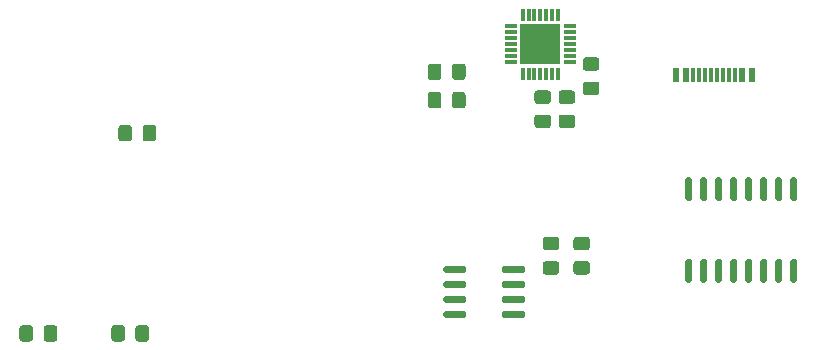
<source format=gbr>
%TF.GenerationSoftware,KiCad,Pcbnew,(5.1.6)-1*%
%TF.CreationDate,2021-01-14T00:20:57+08:00*%
%TF.ProjectId,micro-mp,6d696372-6f2d-46d7-902e-6b696361645f,v0.4*%
%TF.SameCoordinates,Original*%
%TF.FileFunction,Paste,Bot*%
%TF.FilePolarity,Positive*%
%FSLAX46Y46*%
G04 Gerber Fmt 4.6, Leading zero omitted, Abs format (unit mm)*
G04 Created by KiCad (PCBNEW (5.1.6)-1) date 2021-01-14 00:20:57*
%MOMM*%
%LPD*%
G01*
G04 APERTURE LIST*
%ADD10R,3.400000X3.400000*%
%ADD11R,0.300000X1.000000*%
%ADD12R,1.000000X0.300000*%
%ADD13R,0.300000X1.160000*%
%ADD14R,0.600000X1.160000*%
G04 APERTURE END LIST*
%TO.C,R11*%
G36*
G01*
X116225000Y-100200001D02*
X116225000Y-99299999D01*
G75*
G02*
X116474999Y-99050000I249999J0D01*
G01*
X117125001Y-99050000D01*
G75*
G02*
X117375000Y-99299999I0J-249999D01*
G01*
X117375000Y-100200001D01*
G75*
G02*
X117125001Y-100450000I-249999J0D01*
G01*
X116474999Y-100450000D01*
G75*
G02*
X116225000Y-100200001I0J249999D01*
G01*
G37*
G36*
G01*
X114175000Y-100200001D02*
X114175000Y-99299999D01*
G75*
G02*
X114424999Y-99050000I249999J0D01*
G01*
X115075001Y-99050000D01*
G75*
G02*
X115325000Y-99299999I0J-249999D01*
G01*
X115325000Y-100200001D01*
G75*
G02*
X115075001Y-100450000I-249999J0D01*
G01*
X114424999Y-100450000D01*
G75*
G02*
X114175000Y-100200001I0J249999D01*
G01*
G37*
%TD*%
%TO.C,R10*%
G36*
G01*
X107550000Y-99299999D02*
X107550000Y-100200001D01*
G75*
G02*
X107300001Y-100450000I-249999J0D01*
G01*
X106649999Y-100450000D01*
G75*
G02*
X106400000Y-100200001I0J249999D01*
G01*
X106400000Y-99299999D01*
G75*
G02*
X106649999Y-99050000I249999J0D01*
G01*
X107300001Y-99050000D01*
G75*
G02*
X107550000Y-99299999I0J-249999D01*
G01*
G37*
G36*
G01*
X109600000Y-99299999D02*
X109600000Y-100200001D01*
G75*
G02*
X109350001Y-100450000I-249999J0D01*
G01*
X108699999Y-100450000D01*
G75*
G02*
X108450000Y-100200001I0J249999D01*
G01*
X108450000Y-99299999D01*
G75*
G02*
X108699999Y-99050000I249999J0D01*
G01*
X109350001Y-99050000D01*
G75*
G02*
X109600000Y-99299999I0J-249999D01*
G01*
G37*
%TD*%
%TO.C,U4*%
G36*
G01*
X147250000Y-98305000D02*
X147250000Y-98005000D01*
G75*
G02*
X147400000Y-97855000I150000J0D01*
G01*
X149050000Y-97855000D01*
G75*
G02*
X149200000Y-98005000I0J-150000D01*
G01*
X149200000Y-98305000D01*
G75*
G02*
X149050000Y-98455000I-150000J0D01*
G01*
X147400000Y-98455000D01*
G75*
G02*
X147250000Y-98305000I0J150000D01*
G01*
G37*
G36*
G01*
X147250000Y-97035000D02*
X147250000Y-96735000D01*
G75*
G02*
X147400000Y-96585000I150000J0D01*
G01*
X149050000Y-96585000D01*
G75*
G02*
X149200000Y-96735000I0J-150000D01*
G01*
X149200000Y-97035000D01*
G75*
G02*
X149050000Y-97185000I-150000J0D01*
G01*
X147400000Y-97185000D01*
G75*
G02*
X147250000Y-97035000I0J150000D01*
G01*
G37*
G36*
G01*
X147250000Y-95765000D02*
X147250000Y-95465000D01*
G75*
G02*
X147400000Y-95315000I150000J0D01*
G01*
X149050000Y-95315000D01*
G75*
G02*
X149200000Y-95465000I0J-150000D01*
G01*
X149200000Y-95765000D01*
G75*
G02*
X149050000Y-95915000I-150000J0D01*
G01*
X147400000Y-95915000D01*
G75*
G02*
X147250000Y-95765000I0J150000D01*
G01*
G37*
G36*
G01*
X147250000Y-94495000D02*
X147250000Y-94195000D01*
G75*
G02*
X147400000Y-94045000I150000J0D01*
G01*
X149050000Y-94045000D01*
G75*
G02*
X149200000Y-94195000I0J-150000D01*
G01*
X149200000Y-94495000D01*
G75*
G02*
X149050000Y-94645000I-150000J0D01*
G01*
X147400000Y-94645000D01*
G75*
G02*
X147250000Y-94495000I0J150000D01*
G01*
G37*
G36*
G01*
X142300000Y-94495000D02*
X142300000Y-94195000D01*
G75*
G02*
X142450000Y-94045000I150000J0D01*
G01*
X144100000Y-94045000D01*
G75*
G02*
X144250000Y-94195000I0J-150000D01*
G01*
X144250000Y-94495000D01*
G75*
G02*
X144100000Y-94645000I-150000J0D01*
G01*
X142450000Y-94645000D01*
G75*
G02*
X142300000Y-94495000I0J150000D01*
G01*
G37*
G36*
G01*
X142300000Y-95765000D02*
X142300000Y-95465000D01*
G75*
G02*
X142450000Y-95315000I150000J0D01*
G01*
X144100000Y-95315000D01*
G75*
G02*
X144250000Y-95465000I0J-150000D01*
G01*
X144250000Y-95765000D01*
G75*
G02*
X144100000Y-95915000I-150000J0D01*
G01*
X142450000Y-95915000D01*
G75*
G02*
X142300000Y-95765000I0J150000D01*
G01*
G37*
G36*
G01*
X142300000Y-97035000D02*
X142300000Y-96735000D01*
G75*
G02*
X142450000Y-96585000I150000J0D01*
G01*
X144100000Y-96585000D01*
G75*
G02*
X144250000Y-96735000I0J-150000D01*
G01*
X144250000Y-97035000D01*
G75*
G02*
X144100000Y-97185000I-150000J0D01*
G01*
X142450000Y-97185000D01*
G75*
G02*
X142300000Y-97035000I0J150000D01*
G01*
G37*
G36*
G01*
X142300000Y-98305000D02*
X142300000Y-98005000D01*
G75*
G02*
X142450000Y-97855000I150000J0D01*
G01*
X144100000Y-97855000D01*
G75*
G02*
X144250000Y-98005000I0J-150000D01*
G01*
X144250000Y-98305000D01*
G75*
G02*
X144100000Y-98455000I-150000J0D01*
G01*
X142450000Y-98455000D01*
G75*
G02*
X142300000Y-98305000I0J150000D01*
G01*
G37*
%TD*%
%TO.C,U5*%
G36*
G01*
X172095000Y-88525000D02*
X171795000Y-88525000D01*
G75*
G02*
X171645000Y-88375000I0J150000D01*
G01*
X171645000Y-86700000D01*
G75*
G02*
X171795000Y-86550000I150000J0D01*
G01*
X172095000Y-86550000D01*
G75*
G02*
X172245000Y-86700000I0J-150000D01*
G01*
X172245000Y-88375000D01*
G75*
G02*
X172095000Y-88525000I-150000J0D01*
G01*
G37*
G36*
G01*
X170825000Y-88525000D02*
X170525000Y-88525000D01*
G75*
G02*
X170375000Y-88375000I0J150000D01*
G01*
X170375000Y-86700000D01*
G75*
G02*
X170525000Y-86550000I150000J0D01*
G01*
X170825000Y-86550000D01*
G75*
G02*
X170975000Y-86700000I0J-150000D01*
G01*
X170975000Y-88375000D01*
G75*
G02*
X170825000Y-88525000I-150000J0D01*
G01*
G37*
G36*
G01*
X169555000Y-88525000D02*
X169255000Y-88525000D01*
G75*
G02*
X169105000Y-88375000I0J150000D01*
G01*
X169105000Y-86700000D01*
G75*
G02*
X169255000Y-86550000I150000J0D01*
G01*
X169555000Y-86550000D01*
G75*
G02*
X169705000Y-86700000I0J-150000D01*
G01*
X169705000Y-88375000D01*
G75*
G02*
X169555000Y-88525000I-150000J0D01*
G01*
G37*
G36*
G01*
X168285000Y-88525000D02*
X167985000Y-88525000D01*
G75*
G02*
X167835000Y-88375000I0J150000D01*
G01*
X167835000Y-86700000D01*
G75*
G02*
X167985000Y-86550000I150000J0D01*
G01*
X168285000Y-86550000D01*
G75*
G02*
X168435000Y-86700000I0J-150000D01*
G01*
X168435000Y-88375000D01*
G75*
G02*
X168285000Y-88525000I-150000J0D01*
G01*
G37*
G36*
G01*
X167015000Y-88525000D02*
X166715000Y-88525000D01*
G75*
G02*
X166565000Y-88375000I0J150000D01*
G01*
X166565000Y-86700000D01*
G75*
G02*
X166715000Y-86550000I150000J0D01*
G01*
X167015000Y-86550000D01*
G75*
G02*
X167165000Y-86700000I0J-150000D01*
G01*
X167165000Y-88375000D01*
G75*
G02*
X167015000Y-88525000I-150000J0D01*
G01*
G37*
G36*
G01*
X165745000Y-88525000D02*
X165445000Y-88525000D01*
G75*
G02*
X165295000Y-88375000I0J150000D01*
G01*
X165295000Y-86700000D01*
G75*
G02*
X165445000Y-86550000I150000J0D01*
G01*
X165745000Y-86550000D01*
G75*
G02*
X165895000Y-86700000I0J-150000D01*
G01*
X165895000Y-88375000D01*
G75*
G02*
X165745000Y-88525000I-150000J0D01*
G01*
G37*
G36*
G01*
X164475000Y-88525000D02*
X164175000Y-88525000D01*
G75*
G02*
X164025000Y-88375000I0J150000D01*
G01*
X164025000Y-86700000D01*
G75*
G02*
X164175000Y-86550000I150000J0D01*
G01*
X164475000Y-86550000D01*
G75*
G02*
X164625000Y-86700000I0J-150000D01*
G01*
X164625000Y-88375000D01*
G75*
G02*
X164475000Y-88525000I-150000J0D01*
G01*
G37*
G36*
G01*
X163205000Y-88525000D02*
X162905000Y-88525000D01*
G75*
G02*
X162755000Y-88375000I0J150000D01*
G01*
X162755000Y-86700000D01*
G75*
G02*
X162905000Y-86550000I150000J0D01*
G01*
X163205000Y-86550000D01*
G75*
G02*
X163355000Y-86700000I0J-150000D01*
G01*
X163355000Y-88375000D01*
G75*
G02*
X163205000Y-88525000I-150000J0D01*
G01*
G37*
G36*
G01*
X163205000Y-95450000D02*
X162905000Y-95450000D01*
G75*
G02*
X162755000Y-95300000I0J150000D01*
G01*
X162755000Y-93625000D01*
G75*
G02*
X162905000Y-93475000I150000J0D01*
G01*
X163205000Y-93475000D01*
G75*
G02*
X163355000Y-93625000I0J-150000D01*
G01*
X163355000Y-95300000D01*
G75*
G02*
X163205000Y-95450000I-150000J0D01*
G01*
G37*
G36*
G01*
X164475000Y-95450000D02*
X164175000Y-95450000D01*
G75*
G02*
X164025000Y-95300000I0J150000D01*
G01*
X164025000Y-93625000D01*
G75*
G02*
X164175000Y-93475000I150000J0D01*
G01*
X164475000Y-93475000D01*
G75*
G02*
X164625000Y-93625000I0J-150000D01*
G01*
X164625000Y-95300000D01*
G75*
G02*
X164475000Y-95450000I-150000J0D01*
G01*
G37*
G36*
G01*
X165745000Y-95450000D02*
X165445000Y-95450000D01*
G75*
G02*
X165295000Y-95300000I0J150000D01*
G01*
X165295000Y-93625000D01*
G75*
G02*
X165445000Y-93475000I150000J0D01*
G01*
X165745000Y-93475000D01*
G75*
G02*
X165895000Y-93625000I0J-150000D01*
G01*
X165895000Y-95300000D01*
G75*
G02*
X165745000Y-95450000I-150000J0D01*
G01*
G37*
G36*
G01*
X167015000Y-95450000D02*
X166715000Y-95450000D01*
G75*
G02*
X166565000Y-95300000I0J150000D01*
G01*
X166565000Y-93625000D01*
G75*
G02*
X166715000Y-93475000I150000J0D01*
G01*
X167015000Y-93475000D01*
G75*
G02*
X167165000Y-93625000I0J-150000D01*
G01*
X167165000Y-95300000D01*
G75*
G02*
X167015000Y-95450000I-150000J0D01*
G01*
G37*
G36*
G01*
X168285000Y-95450000D02*
X167985000Y-95450000D01*
G75*
G02*
X167835000Y-95300000I0J150000D01*
G01*
X167835000Y-93625000D01*
G75*
G02*
X167985000Y-93475000I150000J0D01*
G01*
X168285000Y-93475000D01*
G75*
G02*
X168435000Y-93625000I0J-150000D01*
G01*
X168435000Y-95300000D01*
G75*
G02*
X168285000Y-95450000I-150000J0D01*
G01*
G37*
G36*
G01*
X169555000Y-95450000D02*
X169255000Y-95450000D01*
G75*
G02*
X169105000Y-95300000I0J150000D01*
G01*
X169105000Y-93625000D01*
G75*
G02*
X169255000Y-93475000I150000J0D01*
G01*
X169555000Y-93475000D01*
G75*
G02*
X169705000Y-93625000I0J-150000D01*
G01*
X169705000Y-95300000D01*
G75*
G02*
X169555000Y-95450000I-150000J0D01*
G01*
G37*
G36*
G01*
X170825000Y-95450000D02*
X170525000Y-95450000D01*
G75*
G02*
X170375000Y-95300000I0J150000D01*
G01*
X170375000Y-93625000D01*
G75*
G02*
X170525000Y-93475000I150000J0D01*
G01*
X170825000Y-93475000D01*
G75*
G02*
X170975000Y-93625000I0J-150000D01*
G01*
X170975000Y-95300000D01*
G75*
G02*
X170825000Y-95450000I-150000J0D01*
G01*
G37*
G36*
G01*
X172095000Y-95450000D02*
X171795000Y-95450000D01*
G75*
G02*
X171645000Y-95300000I0J150000D01*
G01*
X171645000Y-93625000D01*
G75*
G02*
X171795000Y-93475000I150000J0D01*
G01*
X172095000Y-93475000D01*
G75*
G02*
X172245000Y-93625000I0J-150000D01*
G01*
X172245000Y-95300000D01*
G75*
G02*
X172095000Y-95450000I-150000J0D01*
G01*
G37*
%TD*%
%TO.C,R8*%
G36*
G01*
X142125000Y-79549999D02*
X142125000Y-80450001D01*
G75*
G02*
X141875001Y-80700000I-249999J0D01*
G01*
X141224999Y-80700000D01*
G75*
G02*
X140975000Y-80450001I0J249999D01*
G01*
X140975000Y-79549999D01*
G75*
G02*
X141224999Y-79300000I249999J0D01*
G01*
X141875001Y-79300000D01*
G75*
G02*
X142125000Y-79549999I0J-249999D01*
G01*
G37*
G36*
G01*
X144175000Y-79549999D02*
X144175000Y-80450001D01*
G75*
G02*
X143925001Y-80700000I-249999J0D01*
G01*
X143274999Y-80700000D01*
G75*
G02*
X143025000Y-80450001I0J249999D01*
G01*
X143025000Y-79549999D01*
G75*
G02*
X143274999Y-79300000I249999J0D01*
G01*
X143925001Y-79300000D01*
G75*
G02*
X144175000Y-79549999I0J-249999D01*
G01*
G37*
%TD*%
%TO.C,R7*%
G36*
G01*
X151850001Y-92725000D02*
X150949999Y-92725000D01*
G75*
G02*
X150700000Y-92475001I0J249999D01*
G01*
X150700000Y-91824999D01*
G75*
G02*
X150949999Y-91575000I249999J0D01*
G01*
X151850001Y-91575000D01*
G75*
G02*
X152100000Y-91824999I0J-249999D01*
G01*
X152100000Y-92475001D01*
G75*
G02*
X151850001Y-92725000I-249999J0D01*
G01*
G37*
G36*
G01*
X151850001Y-94775000D02*
X150949999Y-94775000D01*
G75*
G02*
X150700000Y-94525001I0J249999D01*
G01*
X150700000Y-93874999D01*
G75*
G02*
X150949999Y-93625000I249999J0D01*
G01*
X151850001Y-93625000D01*
G75*
G02*
X152100000Y-93874999I0J-249999D01*
G01*
X152100000Y-94525001D01*
G75*
G02*
X151850001Y-94775000I-249999J0D01*
G01*
G37*
%TD*%
%TO.C,R5*%
G36*
G01*
X154450001Y-92725000D02*
X153549999Y-92725000D01*
G75*
G02*
X153300000Y-92475001I0J249999D01*
G01*
X153300000Y-91824999D01*
G75*
G02*
X153549999Y-91575000I249999J0D01*
G01*
X154450001Y-91575000D01*
G75*
G02*
X154700000Y-91824999I0J-249999D01*
G01*
X154700000Y-92475001D01*
G75*
G02*
X154450001Y-92725000I-249999J0D01*
G01*
G37*
G36*
G01*
X154450001Y-94775000D02*
X153549999Y-94775000D01*
G75*
G02*
X153300000Y-94525001I0J249999D01*
G01*
X153300000Y-93874999D01*
G75*
G02*
X153549999Y-93625000I249999J0D01*
G01*
X154450001Y-93625000D01*
G75*
G02*
X154700000Y-93874999I0J-249999D01*
G01*
X154700000Y-94525001D01*
G75*
G02*
X154450001Y-94775000I-249999J0D01*
G01*
G37*
%TD*%
%TO.C,C6*%
G36*
G01*
X143025000Y-78050001D02*
X143025000Y-77149999D01*
G75*
G02*
X143274999Y-76900000I249999J0D01*
G01*
X143925001Y-76900000D01*
G75*
G02*
X144175000Y-77149999I0J-249999D01*
G01*
X144175000Y-78050001D01*
G75*
G02*
X143925001Y-78300000I-249999J0D01*
G01*
X143274999Y-78300000D01*
G75*
G02*
X143025000Y-78050001I0J249999D01*
G01*
G37*
G36*
G01*
X140975000Y-78050001D02*
X140975000Y-77149999D01*
G75*
G02*
X141224999Y-76900000I249999J0D01*
G01*
X141875001Y-76900000D01*
G75*
G02*
X142125000Y-77149999I0J-249999D01*
G01*
X142125000Y-78050001D01*
G75*
G02*
X141875001Y-78300000I-249999J0D01*
G01*
X141224999Y-78300000D01*
G75*
G02*
X140975000Y-78050001I0J249999D01*
G01*
G37*
%TD*%
D10*
%TO.C,U3*%
X150500000Y-75250000D03*
D11*
X152000000Y-72750000D03*
X151500000Y-72750000D03*
X151000000Y-72750000D03*
X150500000Y-72750000D03*
X150000000Y-72750000D03*
X149500000Y-72750000D03*
D12*
X148000000Y-73750000D03*
X148000000Y-74250000D03*
X148000000Y-74750000D03*
X148000000Y-75250000D03*
X148000000Y-75750000D03*
X148000000Y-76250000D03*
D11*
X149000000Y-77750000D03*
X149500000Y-77750000D03*
X150000000Y-77750000D03*
X150500000Y-77750000D03*
X151000000Y-77750000D03*
X151500000Y-77750000D03*
D12*
X153000000Y-76750000D03*
X153000000Y-76250000D03*
X153000000Y-75750000D03*
X153000000Y-75250000D03*
X153000000Y-74750000D03*
X153000000Y-74250000D03*
X153000000Y-73750000D03*
D11*
X152000000Y-77750000D03*
D12*
X148000000Y-76750000D03*
D11*
X149000000Y-72750000D03*
%TD*%
D13*
%TO.C,J11*%
X164450000Y-77910000D03*
X164950000Y-77910000D03*
X165450000Y-77910000D03*
X163450000Y-77910000D03*
X163950000Y-77910000D03*
X166450000Y-77910000D03*
X165950000Y-77910000D03*
X166950000Y-77910000D03*
D14*
X162800000Y-77910000D03*
X162800000Y-77910000D03*
X162000000Y-77910000D03*
X162000000Y-77910000D03*
X167600000Y-77910000D03*
X168400000Y-77910000D03*
X167600000Y-77910000D03*
X168400000Y-77910000D03*
%TD*%
%TO.C,F1*%
G36*
G01*
X115925000Y-82349999D02*
X115925000Y-83250001D01*
G75*
G02*
X115675001Y-83500000I-249999J0D01*
G01*
X115024999Y-83500000D01*
G75*
G02*
X114775000Y-83250001I0J249999D01*
G01*
X114775000Y-82349999D01*
G75*
G02*
X115024999Y-82100000I249999J0D01*
G01*
X115675001Y-82100000D01*
G75*
G02*
X115925000Y-82349999I0J-249999D01*
G01*
G37*
G36*
G01*
X117975000Y-82349999D02*
X117975000Y-83250001D01*
G75*
G02*
X117725001Y-83500000I-249999J0D01*
G01*
X117074999Y-83500000D01*
G75*
G02*
X116825000Y-83250001I0J249999D01*
G01*
X116825000Y-82349999D01*
G75*
G02*
X117074999Y-82100000I249999J0D01*
G01*
X117725001Y-82100000D01*
G75*
G02*
X117975000Y-82349999I0J-249999D01*
G01*
G37*
%TD*%
%TO.C,C5*%
G36*
G01*
X154349999Y-78425000D02*
X155250001Y-78425000D01*
G75*
G02*
X155500000Y-78674999I0J-249999D01*
G01*
X155500000Y-79325001D01*
G75*
G02*
X155250001Y-79575000I-249999J0D01*
G01*
X154349999Y-79575000D01*
G75*
G02*
X154100000Y-79325001I0J249999D01*
G01*
X154100000Y-78674999D01*
G75*
G02*
X154349999Y-78425000I249999J0D01*
G01*
G37*
G36*
G01*
X154349999Y-76375000D02*
X155250001Y-76375000D01*
G75*
G02*
X155500000Y-76624999I0J-249999D01*
G01*
X155500000Y-77275001D01*
G75*
G02*
X155250001Y-77525000I-249999J0D01*
G01*
X154349999Y-77525000D01*
G75*
G02*
X154100000Y-77275001I0J249999D01*
G01*
X154100000Y-76624999D01*
G75*
G02*
X154349999Y-76375000I249999J0D01*
G01*
G37*
%TD*%
%TO.C,C4*%
G36*
G01*
X150249999Y-81225000D02*
X151150001Y-81225000D01*
G75*
G02*
X151400000Y-81474999I0J-249999D01*
G01*
X151400000Y-82125001D01*
G75*
G02*
X151150001Y-82375000I-249999J0D01*
G01*
X150249999Y-82375000D01*
G75*
G02*
X150000000Y-82125001I0J249999D01*
G01*
X150000000Y-81474999D01*
G75*
G02*
X150249999Y-81225000I249999J0D01*
G01*
G37*
G36*
G01*
X150249999Y-79175000D02*
X151150001Y-79175000D01*
G75*
G02*
X151400000Y-79424999I0J-249999D01*
G01*
X151400000Y-80075001D01*
G75*
G02*
X151150001Y-80325000I-249999J0D01*
G01*
X150249999Y-80325000D01*
G75*
G02*
X150000000Y-80075001I0J249999D01*
G01*
X150000000Y-79424999D01*
G75*
G02*
X150249999Y-79175000I249999J0D01*
G01*
G37*
%TD*%
%TO.C,C3*%
G36*
G01*
X152299999Y-81225000D02*
X153200001Y-81225000D01*
G75*
G02*
X153450000Y-81474999I0J-249999D01*
G01*
X153450000Y-82125001D01*
G75*
G02*
X153200001Y-82375000I-249999J0D01*
G01*
X152299999Y-82375000D01*
G75*
G02*
X152050000Y-82125001I0J249999D01*
G01*
X152050000Y-81474999D01*
G75*
G02*
X152299999Y-81225000I249999J0D01*
G01*
G37*
G36*
G01*
X152299999Y-79175000D02*
X153200001Y-79175000D01*
G75*
G02*
X153450000Y-79424999I0J-249999D01*
G01*
X153450000Y-80075001D01*
G75*
G02*
X153200001Y-80325000I-249999J0D01*
G01*
X152299999Y-80325000D01*
G75*
G02*
X152050000Y-80075001I0J249999D01*
G01*
X152050000Y-79424999D01*
G75*
G02*
X152299999Y-79175000I249999J0D01*
G01*
G37*
%TD*%
M02*

</source>
